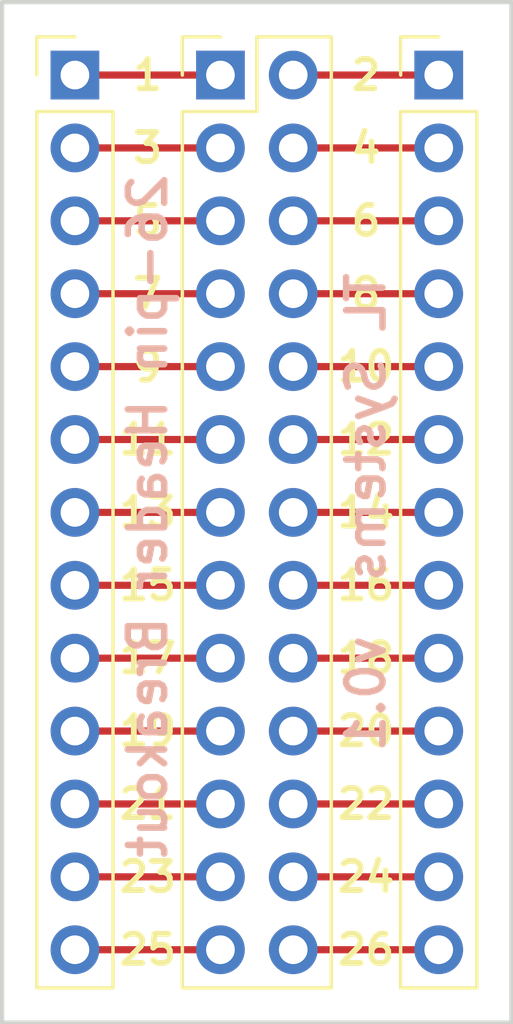
<source format=kicad_pcb>
(kicad_pcb (version 4) (host pcbnew 4.0.6)

  (general
    (links 26)
    (no_connects 0)
    (area 145.720999 102.540999 163.651001 138.251001)
    (thickness 1.6)
    (drawings 32)
    (tracks 37)
    (zones 0)
    (modules 3)
    (nets 27)
  )

  (page A4)
  (layers
    (0 F.Cu signal)
    (31 B.Cu signal)
    (32 B.Adhes user)
    (33 F.Adhes user)
    (34 B.Paste user)
    (35 F.Paste user)
    (36 B.SilkS user)
    (37 F.SilkS user)
    (38 B.Mask user)
    (39 F.Mask user)
    (40 Dwgs.User user)
    (41 Cmts.User user)
    (42 Eco1.User user)
    (43 Eco2.User user)
    (44 Edge.Cuts user)
    (45 Margin user)
    (46 B.CrtYd user)
    (47 F.CrtYd user)
    (48 B.Fab user)
    (49 F.Fab user hide)
  )

  (setup
    (last_trace_width 0.25)
    (trace_clearance 0.2)
    (zone_clearance 0.508)
    (zone_45_only no)
    (trace_min 0.2)
    (segment_width 0.2)
    (edge_width 0.15)
    (via_size 0.6)
    (via_drill 0.4)
    (via_min_size 0.4)
    (via_min_drill 0.3)
    (uvia_size 0.3)
    (uvia_drill 0.1)
    (uvias_allowed no)
    (uvia_min_size 0.2)
    (uvia_min_drill 0.1)
    (pcb_text_width 0.3)
    (pcb_text_size 1.5 1.5)
    (mod_edge_width 0.15)
    (mod_text_size 1 1)
    (mod_text_width 0.15)
    (pad_size 1.524 1.524)
    (pad_drill 0.762)
    (pad_to_mask_clearance 0.2)
    (aux_axis_origin 0 0)
    (visible_elements 7FFFEFFF)
    (pcbplotparams
      (layerselection 0x010f0_80000001)
      (usegerberextensions false)
      (excludeedgelayer true)
      (linewidth 0.100000)
      (plotframeref false)
      (viasonmask false)
      (mode 1)
      (useauxorigin false)
      (hpglpennumber 1)
      (hpglpenspeed 20)
      (hpglpendiameter 15)
      (hpglpenoverlay 2)
      (psnegative false)
      (psa4output false)
      (plotreference true)
      (plotvalue true)
      (plotinvisibletext false)
      (padsonsilk false)
      (subtractmaskfromsilk false)
      (outputformat 1)
      (mirror false)
      (drillshape 0)
      (scaleselection 1)
      (outputdirectory gerbers/))
  )

  (net 0 "")
  (net 1 "Net-(J1-Pad1)")
  (net 2 "Net-(J1-Pad2)")
  (net 3 "Net-(J1-Pad3)")
  (net 4 "Net-(J1-Pad4)")
  (net 5 "Net-(J1-Pad5)")
  (net 6 "Net-(J1-Pad6)")
  (net 7 "Net-(J1-Pad7)")
  (net 8 "Net-(J1-Pad8)")
  (net 9 "Net-(J1-Pad9)")
  (net 10 "Net-(J1-Pad10)")
  (net 11 "Net-(J1-Pad11)")
  (net 12 "Net-(J1-Pad12)")
  (net 13 "Net-(J1-Pad13)")
  (net 14 "Net-(J2-Pad1)")
  (net 15 "Net-(J2-Pad2)")
  (net 16 "Net-(J2-Pad3)")
  (net 17 "Net-(J2-Pad4)")
  (net 18 "Net-(J2-Pad5)")
  (net 19 "Net-(J2-Pad6)")
  (net 20 "Net-(J2-Pad7)")
  (net 21 "Net-(J2-Pad8)")
  (net 22 "Net-(J2-Pad9)")
  (net 23 "Net-(J2-Pad10)")
  (net 24 "Net-(J2-Pad11)")
  (net 25 "Net-(J2-Pad12)")
  (net 26 "Net-(J2-Pad13)")

  (net_class Default "This is the default net class."
    (clearance 0.2)
    (trace_width 0.25)
    (via_dia 0.6)
    (via_drill 0.4)
    (uvia_dia 0.3)
    (uvia_drill 0.1)
    (add_net "Net-(J1-Pad1)")
    (add_net "Net-(J1-Pad10)")
    (add_net "Net-(J1-Pad11)")
    (add_net "Net-(J1-Pad12)")
    (add_net "Net-(J1-Pad13)")
    (add_net "Net-(J1-Pad2)")
    (add_net "Net-(J1-Pad3)")
    (add_net "Net-(J1-Pad4)")
    (add_net "Net-(J1-Pad5)")
    (add_net "Net-(J1-Pad6)")
    (add_net "Net-(J1-Pad7)")
    (add_net "Net-(J1-Pad8)")
    (add_net "Net-(J1-Pad9)")
    (add_net "Net-(J2-Pad1)")
    (add_net "Net-(J2-Pad10)")
    (add_net "Net-(J2-Pad11)")
    (add_net "Net-(J2-Pad12)")
    (add_net "Net-(J2-Pad13)")
    (add_net "Net-(J2-Pad2)")
    (add_net "Net-(J2-Pad3)")
    (add_net "Net-(J2-Pad4)")
    (add_net "Net-(J2-Pad5)")
    (add_net "Net-(J2-Pad6)")
    (add_net "Net-(J2-Pad7)")
    (add_net "Net-(J2-Pad8)")
    (add_net "Net-(J2-Pad9)")
  )

  (module BreakoutBoards:Pin_Header_Straight_1x13_Pitch2.54mm (layer F.Cu) (tedit 5A5165AC) (tstamp 5A51668B)
    (at 148.336 105.156)
    (descr "Through hole straight pin header, 1x13, 2.54mm pitch, single row")
    (tags "Through hole pin header THT 1x13 2.54mm single row")
    (path /5A515D95)
    (fp_text reference J1 (at 0 -2.33) (layer F.SilkS) hide
      (effects (font (size 1 1) (thickness 0.15)))
    )
    (fp_text value CONN_01X13 (at 0 32.81) (layer F.Fab)
      (effects (font (size 1 1) (thickness 0.15)))
    )
    (fp_line (start -0.635 -1.27) (end 1.27 -1.27) (layer F.Fab) (width 0.1))
    (fp_line (start 1.27 -1.27) (end 1.27 31.75) (layer F.Fab) (width 0.1))
    (fp_line (start 1.27 31.75) (end -1.27 31.75) (layer F.Fab) (width 0.1))
    (fp_line (start -1.27 31.75) (end -1.27 -0.635) (layer F.Fab) (width 0.1))
    (fp_line (start -1.27 -0.635) (end -0.635 -1.27) (layer F.Fab) (width 0.1))
    (fp_line (start -1.33 31.81) (end 1.33 31.81) (layer F.SilkS) (width 0.12))
    (fp_line (start -1.33 1.27) (end -1.33 31.81) (layer F.SilkS) (width 0.12))
    (fp_line (start 1.33 1.27) (end 1.33 31.81) (layer F.SilkS) (width 0.12))
    (fp_line (start -1.33 1.27) (end 1.33 1.27) (layer F.SilkS) (width 0.12))
    (fp_line (start -1.33 0) (end -1.33 -1.33) (layer F.SilkS) (width 0.12))
    (fp_line (start -1.33 -1.33) (end 0 -1.33) (layer F.SilkS) (width 0.12))
    (fp_line (start -1.8 -1.8) (end -1.8 32.25) (layer F.CrtYd) (width 0.05))
    (fp_line (start -1.8 32.25) (end 1.8 32.25) (layer F.CrtYd) (width 0.05))
    (fp_line (start 1.8 32.25) (end 1.8 -1.8) (layer F.CrtYd) (width 0.05))
    (fp_line (start 1.8 -1.8) (end -1.8 -1.8) (layer F.CrtYd) (width 0.05))
    (fp_text user %R (at 0 15.24 90) (layer F.Fab)
      (effects (font (size 1 1) (thickness 0.15)))
    )
    (pad 1 thru_hole rect (at 0 0) (size 1.7 1.7) (drill 1) (layers *.Cu *.Mask)
      (net 1 "Net-(J1-Pad1)"))
    (pad 2 thru_hole oval (at 0 2.54) (size 1.7 1.7) (drill 1) (layers *.Cu *.Mask)
      (net 2 "Net-(J1-Pad2)"))
    (pad 3 thru_hole oval (at 0 5.08) (size 1.7 1.7) (drill 1) (layers *.Cu *.Mask)
      (net 3 "Net-(J1-Pad3)"))
    (pad 4 thru_hole oval (at 0 7.62) (size 1.7 1.7) (drill 1) (layers *.Cu *.Mask)
      (net 4 "Net-(J1-Pad4)"))
    (pad 5 thru_hole oval (at 0 10.16) (size 1.7 1.7) (drill 1) (layers *.Cu *.Mask)
      (net 5 "Net-(J1-Pad5)"))
    (pad 6 thru_hole oval (at 0 12.7) (size 1.7 1.7) (drill 1) (layers *.Cu *.Mask)
      (net 6 "Net-(J1-Pad6)"))
    (pad 7 thru_hole oval (at 0 15.24) (size 1.7 1.7) (drill 1) (layers *.Cu *.Mask)
      (net 7 "Net-(J1-Pad7)"))
    (pad 8 thru_hole oval (at 0 17.78) (size 1.7 1.7) (drill 1) (layers *.Cu *.Mask)
      (net 8 "Net-(J1-Pad8)"))
    (pad 9 thru_hole oval (at 0 20.32) (size 1.7 1.7) (drill 1) (layers *.Cu *.Mask)
      (net 9 "Net-(J1-Pad9)"))
    (pad 10 thru_hole oval (at 0 22.86) (size 1.7 1.7) (drill 1) (layers *.Cu *.Mask)
      (net 10 "Net-(J1-Pad10)"))
    (pad 11 thru_hole oval (at 0 25.4) (size 1.7 1.7) (drill 1) (layers *.Cu *.Mask)
      (net 11 "Net-(J1-Pad11)"))
    (pad 12 thru_hole oval (at 0 27.94) (size 1.7 1.7) (drill 1) (layers *.Cu *.Mask)
      (net 12 "Net-(J1-Pad12)"))
    (pad 13 thru_hole oval (at 0 30.48) (size 1.7 1.7) (drill 1) (layers *.Cu *.Mask)
      (net 13 "Net-(J1-Pad13)"))
    (model ${KISYS3DMOD}/Pin_Headers.3dshapes/Pin_Header_Straight_1x13_Pitch2.54mm.wrl
      (at (xyz 0 0 0))
      (scale (xyz 1 1 1))
      (rotate (xyz 0 0 0))
    )
  )

  (module BreakoutBoards:Pin_Header_Straight_1x13_Pitch2.54mm (layer F.Cu) (tedit 5A5165B2) (tstamp 5A5166AC)
    (at 161.036 105.156)
    (descr "Through hole straight pin header, 1x13, 2.54mm pitch, single row")
    (tags "Through hole pin header THT 1x13 2.54mm single row")
    (path /5A515D5C)
    (fp_text reference J2 (at 0 -2.33) (layer F.SilkS) hide
      (effects (font (size 1 1) (thickness 0.15)))
    )
    (fp_text value CONN_01X13 (at 0 32.81) (layer F.Fab)
      (effects (font (size 1 1) (thickness 0.15)))
    )
    (fp_line (start -0.635 -1.27) (end 1.27 -1.27) (layer F.Fab) (width 0.1))
    (fp_line (start 1.27 -1.27) (end 1.27 31.75) (layer F.Fab) (width 0.1))
    (fp_line (start 1.27 31.75) (end -1.27 31.75) (layer F.Fab) (width 0.1))
    (fp_line (start -1.27 31.75) (end -1.27 -0.635) (layer F.Fab) (width 0.1))
    (fp_line (start -1.27 -0.635) (end -0.635 -1.27) (layer F.Fab) (width 0.1))
    (fp_line (start -1.33 31.81) (end 1.33 31.81) (layer F.SilkS) (width 0.12))
    (fp_line (start -1.33 1.27) (end -1.33 31.81) (layer F.SilkS) (width 0.12))
    (fp_line (start 1.33 1.27) (end 1.33 31.81) (layer F.SilkS) (width 0.12))
    (fp_line (start -1.33 1.27) (end 1.33 1.27) (layer F.SilkS) (width 0.12))
    (fp_line (start -1.33 0) (end -1.33 -1.33) (layer F.SilkS) (width 0.12))
    (fp_line (start -1.33 -1.33) (end 0 -1.33) (layer F.SilkS) (width 0.12))
    (fp_line (start -1.8 -1.8) (end -1.8 32.25) (layer F.CrtYd) (width 0.05))
    (fp_line (start -1.8 32.25) (end 1.8 32.25) (layer F.CrtYd) (width 0.05))
    (fp_line (start 1.8 32.25) (end 1.8 -1.8) (layer F.CrtYd) (width 0.05))
    (fp_line (start 1.8 -1.8) (end -1.8 -1.8) (layer F.CrtYd) (width 0.05))
    (fp_text user %R (at 0 15.24 90) (layer F.Fab)
      (effects (font (size 1 1) (thickness 0.15)))
    )
    (pad 1 thru_hole rect (at 0 0) (size 1.7 1.7) (drill 1) (layers *.Cu *.Mask)
      (net 14 "Net-(J2-Pad1)"))
    (pad 2 thru_hole oval (at 0 2.54) (size 1.7 1.7) (drill 1) (layers *.Cu *.Mask)
      (net 15 "Net-(J2-Pad2)"))
    (pad 3 thru_hole oval (at 0 5.08) (size 1.7 1.7) (drill 1) (layers *.Cu *.Mask)
      (net 16 "Net-(J2-Pad3)"))
    (pad 4 thru_hole oval (at 0 7.62) (size 1.7 1.7) (drill 1) (layers *.Cu *.Mask)
      (net 17 "Net-(J2-Pad4)"))
    (pad 5 thru_hole oval (at 0 10.16) (size 1.7 1.7) (drill 1) (layers *.Cu *.Mask)
      (net 18 "Net-(J2-Pad5)"))
    (pad 6 thru_hole oval (at 0 12.7) (size 1.7 1.7) (drill 1) (layers *.Cu *.Mask)
      (net 19 "Net-(J2-Pad6)"))
    (pad 7 thru_hole oval (at 0 15.24) (size 1.7 1.7) (drill 1) (layers *.Cu *.Mask)
      (net 20 "Net-(J2-Pad7)"))
    (pad 8 thru_hole oval (at 0 17.78) (size 1.7 1.7) (drill 1) (layers *.Cu *.Mask)
      (net 21 "Net-(J2-Pad8)"))
    (pad 9 thru_hole oval (at 0 20.32) (size 1.7 1.7) (drill 1) (layers *.Cu *.Mask)
      (net 22 "Net-(J2-Pad9)"))
    (pad 10 thru_hole oval (at 0 22.86) (size 1.7 1.7) (drill 1) (layers *.Cu *.Mask)
      (net 23 "Net-(J2-Pad10)"))
    (pad 11 thru_hole oval (at 0 25.4) (size 1.7 1.7) (drill 1) (layers *.Cu *.Mask)
      (net 24 "Net-(J2-Pad11)"))
    (pad 12 thru_hole oval (at 0 27.94) (size 1.7 1.7) (drill 1) (layers *.Cu *.Mask)
      (net 25 "Net-(J2-Pad12)"))
    (pad 13 thru_hole oval (at 0 30.48) (size 1.7 1.7) (drill 1) (layers *.Cu *.Mask)
      (net 26 "Net-(J2-Pad13)"))
    (model ${KISYS3DMOD}/Pin_Headers.3dshapes/Pin_Header_Straight_1x13_Pitch2.54mm.wrl
      (at (xyz 0 0 0))
      (scale (xyz 1 1 1))
      (rotate (xyz 0 0 0))
    )
  )

  (module BreakoutBoards:Pin_Header_Straight_2x13_Pitch2.54mm (layer F.Cu) (tedit 5A5165AF) (tstamp 5A5166CA)
    (at 153.416 105.156)
    (descr "Through hole straight pin header, 2x13, 2.54mm pitch, double rows")
    (tags "Through hole pin header THT 2x13 2.54mm double row")
    (path /5A515DCC)
    (fp_text reference J3 (at 1.27 -2.33) (layer F.SilkS) hide
      (effects (font (size 1 1) (thickness 0.15)))
    )
    (fp_text value CONN_02X13 (at 1.27 32.81) (layer F.Fab)
      (effects (font (size 1 1) (thickness 0.15)))
    )
    (fp_line (start 0 -1.27) (end 3.81 -1.27) (layer F.Fab) (width 0.1))
    (fp_line (start 3.81 -1.27) (end 3.81 31.75) (layer F.Fab) (width 0.1))
    (fp_line (start 3.81 31.75) (end -1.27 31.75) (layer F.Fab) (width 0.1))
    (fp_line (start -1.27 31.75) (end -1.27 0) (layer F.Fab) (width 0.1))
    (fp_line (start -1.27 0) (end 0 -1.27) (layer F.Fab) (width 0.1))
    (fp_line (start -1.33 31.81) (end 3.87 31.81) (layer F.SilkS) (width 0.12))
    (fp_line (start -1.33 1.27) (end -1.33 31.81) (layer F.SilkS) (width 0.12))
    (fp_line (start 3.87 -1.33) (end 3.87 31.81) (layer F.SilkS) (width 0.12))
    (fp_line (start -1.33 1.27) (end 1.27 1.27) (layer F.SilkS) (width 0.12))
    (fp_line (start 1.27 1.27) (end 1.27 -1.33) (layer F.SilkS) (width 0.12))
    (fp_line (start 1.27 -1.33) (end 3.87 -1.33) (layer F.SilkS) (width 0.12))
    (fp_line (start -1.33 0) (end -1.33 -1.33) (layer F.SilkS) (width 0.12))
    (fp_line (start -1.33 -1.33) (end 0 -1.33) (layer F.SilkS) (width 0.12))
    (fp_line (start -1.8 -1.8) (end -1.8 32.25) (layer F.CrtYd) (width 0.05))
    (fp_line (start -1.8 32.25) (end 4.35 32.25) (layer F.CrtYd) (width 0.05))
    (fp_line (start 4.35 32.25) (end 4.35 -1.8) (layer F.CrtYd) (width 0.05))
    (fp_line (start 4.35 -1.8) (end -1.8 -1.8) (layer F.CrtYd) (width 0.05))
    (fp_text user %R (at 1.27 15.24 90) (layer F.Fab)
      (effects (font (size 1 1) (thickness 0.15)))
    )
    (pad 1 thru_hole rect (at 0 0) (size 1.7 1.7) (drill 1) (layers *.Cu *.Mask)
      (net 1 "Net-(J1-Pad1)"))
    (pad 2 thru_hole oval (at 2.54 0) (size 1.7 1.7) (drill 1) (layers *.Cu *.Mask)
      (net 14 "Net-(J2-Pad1)"))
    (pad 3 thru_hole oval (at 0 2.54) (size 1.7 1.7) (drill 1) (layers *.Cu *.Mask)
      (net 2 "Net-(J1-Pad2)"))
    (pad 4 thru_hole oval (at 2.54 2.54) (size 1.7 1.7) (drill 1) (layers *.Cu *.Mask)
      (net 15 "Net-(J2-Pad2)"))
    (pad 5 thru_hole oval (at 0 5.08) (size 1.7 1.7) (drill 1) (layers *.Cu *.Mask)
      (net 3 "Net-(J1-Pad3)"))
    (pad 6 thru_hole oval (at 2.54 5.08) (size 1.7 1.7) (drill 1) (layers *.Cu *.Mask)
      (net 16 "Net-(J2-Pad3)"))
    (pad 7 thru_hole oval (at 0 7.62) (size 1.7 1.7) (drill 1) (layers *.Cu *.Mask)
      (net 4 "Net-(J1-Pad4)"))
    (pad 8 thru_hole oval (at 2.54 7.62) (size 1.7 1.7) (drill 1) (layers *.Cu *.Mask)
      (net 17 "Net-(J2-Pad4)"))
    (pad 9 thru_hole oval (at 0 10.16) (size 1.7 1.7) (drill 1) (layers *.Cu *.Mask)
      (net 5 "Net-(J1-Pad5)"))
    (pad 10 thru_hole oval (at 2.54 10.16) (size 1.7 1.7) (drill 1) (layers *.Cu *.Mask)
      (net 18 "Net-(J2-Pad5)"))
    (pad 11 thru_hole oval (at 0 12.7) (size 1.7 1.7) (drill 1) (layers *.Cu *.Mask)
      (net 6 "Net-(J1-Pad6)"))
    (pad 12 thru_hole oval (at 2.54 12.7) (size 1.7 1.7) (drill 1) (layers *.Cu *.Mask)
      (net 19 "Net-(J2-Pad6)"))
    (pad 13 thru_hole oval (at 0 15.24) (size 1.7 1.7) (drill 1) (layers *.Cu *.Mask)
      (net 7 "Net-(J1-Pad7)"))
    (pad 14 thru_hole oval (at 2.54 15.24) (size 1.7 1.7) (drill 1) (layers *.Cu *.Mask)
      (net 20 "Net-(J2-Pad7)"))
    (pad 15 thru_hole oval (at 0 17.78) (size 1.7 1.7) (drill 1) (layers *.Cu *.Mask)
      (net 8 "Net-(J1-Pad8)"))
    (pad 16 thru_hole oval (at 2.54 17.78) (size 1.7 1.7) (drill 1) (layers *.Cu *.Mask)
      (net 21 "Net-(J2-Pad8)"))
    (pad 17 thru_hole oval (at 0 20.32) (size 1.7 1.7) (drill 1) (layers *.Cu *.Mask)
      (net 9 "Net-(J1-Pad9)"))
    (pad 18 thru_hole oval (at 2.54 20.32) (size 1.7 1.7) (drill 1) (layers *.Cu *.Mask)
      (net 22 "Net-(J2-Pad9)"))
    (pad 19 thru_hole oval (at 0 22.86) (size 1.7 1.7) (drill 1) (layers *.Cu *.Mask)
      (net 10 "Net-(J1-Pad10)"))
    (pad 20 thru_hole oval (at 2.54 22.86) (size 1.7 1.7) (drill 1) (layers *.Cu *.Mask)
      (net 23 "Net-(J2-Pad10)"))
    (pad 21 thru_hole oval (at 0 25.4) (size 1.7 1.7) (drill 1) (layers *.Cu *.Mask)
      (net 11 "Net-(J1-Pad11)"))
    (pad 22 thru_hole oval (at 2.54 25.4) (size 1.7 1.7) (drill 1) (layers *.Cu *.Mask)
      (net 24 "Net-(J2-Pad11)"))
    (pad 23 thru_hole oval (at 0 27.94) (size 1.7 1.7) (drill 1) (layers *.Cu *.Mask)
      (net 12 "Net-(J1-Pad12)"))
    (pad 24 thru_hole oval (at 2.54 27.94) (size 1.7 1.7) (drill 1) (layers *.Cu *.Mask)
      (net 25 "Net-(J2-Pad12)"))
    (pad 25 thru_hole oval (at 0 30.48) (size 1.7 1.7) (drill 1) (layers *.Cu *.Mask)
      (net 13 "Net-(J1-Pad13)"))
    (pad 26 thru_hole oval (at 2.54 30.48) (size 1.7 1.7) (drill 1) (layers *.Cu *.Mask)
      (net 26 "Net-(J2-Pad13)"))
    (model ${KISYS3DMOD}/Pin_Headers.3dshapes/Pin_Header_Straight_2x13_Pitch2.54mm.wrl
      (at (xyz 0 0 0))
      (scale (xyz 1 1 1))
      (rotate (xyz 0 0 0))
    )
  )

  (gr_text "TL Systems  v0.1" (at 158.496 120.396 90) (layer B.SilkS) (tstamp 5A5169A7)
    (effects (font (size 1.27 1.27) (thickness 0.2286)) (justify mirror))
  )
  (gr_text "26-pin Header Breakout" (at 150.876 120.523 90) (layer B.SilkS)
    (effects (font (size 1.27 1.27) (thickness 0.2286)) (justify mirror))
  )
  (gr_text 22 (at 158.496 130.556) (layer F.SilkS) (tstamp 5A516971)
    (effects (font (size 1.016 1.016) (thickness 0.2032)))
  )
  (gr_text 20 (at 158.496 128.016) (layer F.SilkS) (tstamp 5A516970)
    (effects (font (size 1.016 1.016) (thickness 0.2032)))
  )
  (gr_text 18 (at 158.496 125.476) (layer F.SilkS) (tstamp 5A51696F)
    (effects (font (size 1.016 1.016) (thickness 0.2032)))
  )
  (gr_text 16 (at 158.496 122.936) (layer F.SilkS) (tstamp 5A51696E)
    (effects (font (size 1.016 1.016) (thickness 0.2032)))
  )
  (gr_text 14 (at 158.496 120.396) (layer F.SilkS) (tstamp 5A51696D)
    (effects (font (size 1.016 1.016) (thickness 0.2032)))
  )
  (gr_text 12 (at 158.496 117.856) (layer F.SilkS) (tstamp 5A51696C)
    (effects (font (size 1.016 1.016) (thickness 0.2032)))
  )
  (gr_text 10 (at 158.496 115.316) (layer F.SilkS) (tstamp 5A51696B)
    (effects (font (size 1.016 1.016) (thickness 0.2032)))
  )
  (gr_text 8 (at 158.496 112.776) (layer F.SilkS) (tstamp 5A51696A)
    (effects (font (size 1.016 1.016) (thickness 0.2032)))
  )
  (gr_text 26 (at 158.496 135.636) (layer F.SilkS) (tstamp 5A516969)
    (effects (font (size 1.016 1.016) (thickness 0.2032)))
  )
  (gr_text 24 (at 158.496 133.096) (layer F.SilkS) (tstamp 5A516968)
    (effects (font (size 1.016 1.016) (thickness 0.2032)))
  )
  (gr_text 6 (at 158.496 110.236) (layer F.SilkS) (tstamp 5A516967)
    (effects (font (size 1.016 1.016) (thickness 0.2032)))
  )
  (gr_text 4 (at 158.496 107.696) (layer F.SilkS) (tstamp 5A516966)
    (effects (font (size 1.016 1.016) (thickness 0.2032)))
  )
  (gr_text 2 (at 158.496 105.156) (layer F.SilkS) (tstamp 5A516965)
    (effects (font (size 1.016 1.016) (thickness 0.2032)))
  )
  (gr_text 25 (at 150.876 135.636) (layer F.SilkS) (tstamp 5A516963)
    (effects (font (size 1.016 1.016) (thickness 0.2032)))
  )
  (gr_text 23 (at 150.876 133.096) (layer F.SilkS) (tstamp 5A516962)
    (effects (font (size 1.016 1.016) (thickness 0.2032)))
  )
  (gr_text 21 (at 150.876 130.556) (layer F.SilkS) (tstamp 5A516961)
    (effects (font (size 1.016 1.016) (thickness 0.2032)))
  )
  (gr_text 19 (at 150.876 128.016) (layer F.SilkS) (tstamp 5A516960)
    (effects (font (size 1.016 1.016) (thickness 0.2032)))
  )
  (gr_text 17 (at 150.876 125.476) (layer F.SilkS) (tstamp 5A51695F)
    (effects (font (size 1.016 1.016) (thickness 0.2032)))
  )
  (gr_text 15 (at 150.876 122.936) (layer F.SilkS) (tstamp 5A51695E)
    (effects (font (size 1.016 1.016) (thickness 0.2032)))
  )
  (gr_text 13 (at 150.876 120.396) (layer F.SilkS) (tstamp 5A51695D)
    (effects (font (size 1.016 1.016) (thickness 0.2032)))
  )
  (gr_text 11 (at 150.876 117.856) (layer F.SilkS) (tstamp 5A51695C)
    (effects (font (size 1.016 1.016) (thickness 0.2032)))
  )
  (gr_text 9 (at 150.876 115.316) (layer F.SilkS) (tstamp 5A51695A)
    (effects (font (size 1.016 1.016) (thickness 0.2032)))
  )
  (gr_text 7 (at 150.876 112.776) (layer F.SilkS) (tstamp 5A516959)
    (effects (font (size 1.016 1.016) (thickness 0.2032)))
  )
  (gr_text 5 (at 150.876 110.236) (layer F.SilkS) (tstamp 5A516958)
    (effects (font (size 1.016 1.016) (thickness 0.2032)))
  )
  (gr_text 3 (at 150.876 107.696) (layer F.SilkS) (tstamp 5A516957)
    (effects (font (size 1.016 1.016) (thickness 0.2032)))
  )
  (gr_text 1 (at 150.876 105.156) (layer F.SilkS)
    (effects (font (size 1.016 1.016) (thickness 0.2032)))
  )
  (gr_line (start 163.576 138.176) (end 145.796 138.176) (layer Edge.Cuts) (width 0.15))
  (gr_line (start 163.576 102.616) (end 163.576 138.176) (layer Edge.Cuts) (width 0.15))
  (gr_line (start 145.796 102.616) (end 163.576 102.616) (layer Edge.Cuts) (width 0.15))
  (gr_line (start 145.796 138.176) (end 145.796 102.616) (layer Edge.Cuts) (width 0.15))

  (segment (start 148.336 105.156) (end 153.416 105.156) (width 0.25) (layer F.Cu) (net 1))
  (segment (start 153.416 107.696) (end 152.213919 107.696) (width 0.25) (layer F.Cu) (net 2))
  (segment (start 152.213919 107.696) (end 148.336 107.696) (width 0.25) (layer F.Cu) (net 2))
  (segment (start 148.336 110.236) (end 149.538081 110.236) (width 0.25) (layer F.Cu) (net 3))
  (segment (start 149.538081 110.236) (end 153.416 110.236) (width 0.25) (layer F.Cu) (net 3))
  (segment (start 153.416 112.776) (end 148.336 112.776) (width 0.25) (layer F.Cu) (net 4))
  (segment (start 148.336 115.316) (end 149.538081 115.316) (width 0.25) (layer F.Cu) (net 5))
  (segment (start 149.538081 115.316) (end 153.416 115.316) (width 0.25) (layer F.Cu) (net 5))
  (segment (start 153.416 117.856) (end 148.336 117.856) (width 0.25) (layer F.Cu) (net 6))
  (segment (start 148.336 120.396) (end 153.416 120.396) (width 0.25) (layer F.Cu) (net 7))
  (segment (start 153.416 122.936) (end 148.336 122.936) (width 0.25) (layer F.Cu) (net 8))
  (segment (start 148.336 125.476) (end 149.538081 125.476) (width 0.25) (layer F.Cu) (net 9))
  (segment (start 149.538081 125.476) (end 153.416 125.476) (width 0.25) (layer F.Cu) (net 9))
  (segment (start 153.416 128.016) (end 148.336 128.016) (width 0.25) (layer F.Cu) (net 10))
  (segment (start 148.336 130.556) (end 149.538081 130.556) (width 0.25) (layer F.Cu) (net 11))
  (segment (start 149.538081 130.556) (end 153.416 130.556) (width 0.25) (layer F.Cu) (net 11))
  (segment (start 153.416 133.096) (end 152.213919 133.096) (width 0.25) (layer F.Cu) (net 12))
  (segment (start 152.213919 133.096) (end 148.336 133.096) (width 0.25) (layer F.Cu) (net 12))
  (segment (start 148.336 135.636) (end 149.538081 135.636) (width 0.25) (layer F.Cu) (net 13))
  (segment (start 149.538081 135.636) (end 153.416 135.636) (width 0.25) (layer F.Cu) (net 13))
  (segment (start 161.036 105.156) (end 159.936 105.156) (width 0.25) (layer F.Cu) (net 14))
  (segment (start 159.936 105.156) (end 155.956 105.156) (width 0.25) (layer F.Cu) (net 14))
  (segment (start 155.956 107.696) (end 161.036 107.696) (width 0.25) (layer F.Cu) (net 15))
  (segment (start 155.956 110.236) (end 157.158081 110.236) (width 0.25) (layer F.Cu) (net 16))
  (segment (start 157.158081 110.236) (end 161.036 110.236) (width 0.25) (layer F.Cu) (net 16))
  (segment (start 161.036 112.776) (end 155.956 112.776) (width 0.25) (layer F.Cu) (net 17))
  (segment (start 155.956 115.316) (end 161.036 115.316) (width 0.25) (layer F.Cu) (net 18))
  (segment (start 161.036 117.856) (end 159.833919 117.856) (width 0.25) (layer F.Cu) (net 19))
  (segment (start 159.833919 117.856) (end 155.956 117.856) (width 0.25) (layer F.Cu) (net 19))
  (segment (start 155.956 120.396) (end 161.036 120.396) (width 0.25) (layer F.Cu) (net 20))
  (segment (start 161.036 122.936) (end 159.833919 122.936) (width 0.25) (layer F.Cu) (net 21))
  (segment (start 159.833919 122.936) (end 155.956 122.936) (width 0.25) (layer F.Cu) (net 21))
  (segment (start 155.956 125.476) (end 161.036 125.476) (width 0.25) (layer F.Cu) (net 22))
  (segment (start 161.036 128.016) (end 155.956 128.016) (width 0.25) (layer F.Cu) (net 23))
  (segment (start 155.956 130.556) (end 161.036 130.556) (width 0.25) (layer F.Cu) (net 24))
  (segment (start 161.036 133.096) (end 155.956 133.096) (width 0.25) (layer F.Cu) (net 25))
  (segment (start 155.956 135.636) (end 161.036 135.636) (width 0.25) (layer F.Cu) (net 26))

)

</source>
